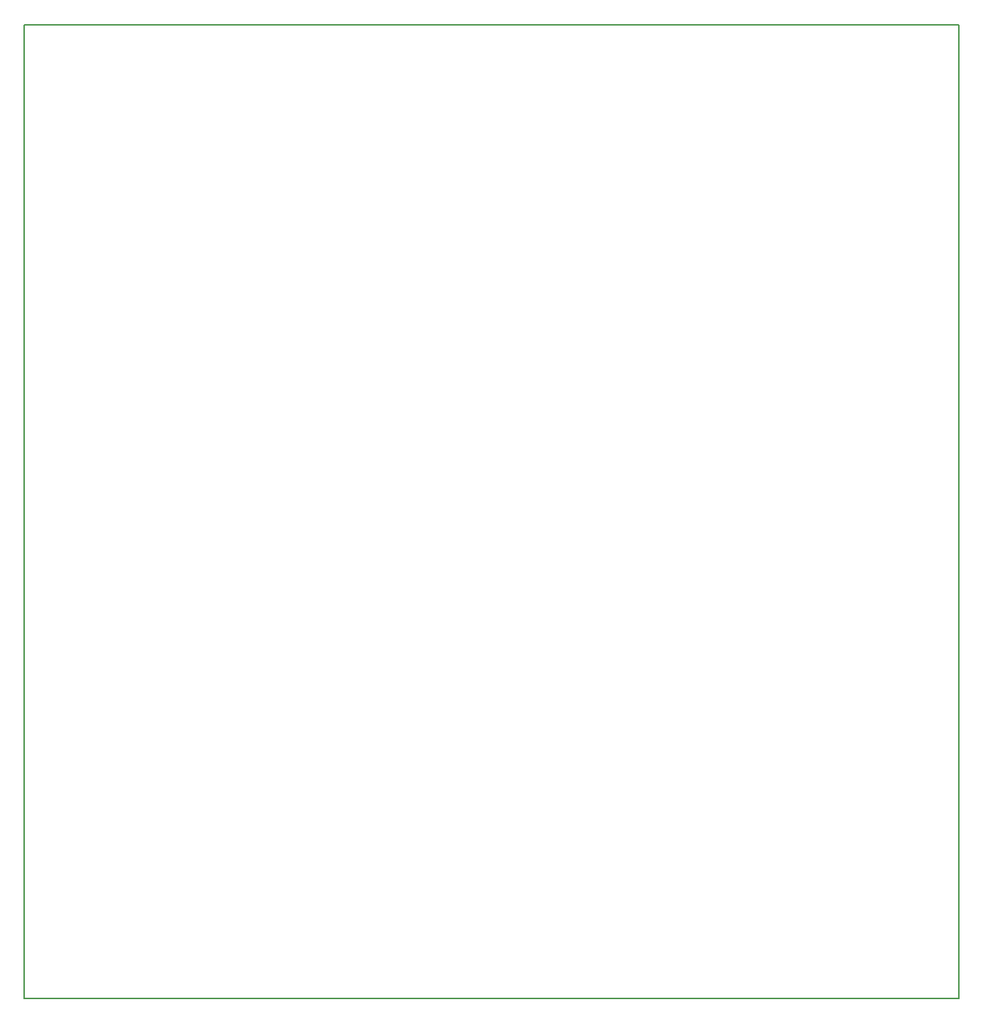
<source format=gbr>
%TF.GenerationSoftware,KiCad,Pcbnew,8.0.8*%
%TF.CreationDate,2025-04-07T19:10:49-05:00*%
%TF.ProjectId,Senior_Design_PCB_ethanl7_nrkim2,53656e69-6f72-45f4-9465-7369676e5f50,rev?*%
%TF.SameCoordinates,Original*%
%TF.FileFunction,Profile,NP*%
%FSLAX46Y46*%
G04 Gerber Fmt 4.6, Leading zero omitted, Abs format (unit mm)*
G04 Created by KiCad (PCBNEW 8.0.8) date 2025-04-07 19:10:49*
%MOMM*%
%LPD*%
G01*
G04 APERTURE LIST*
%TA.AperFunction,Profile*%
%ADD10C,0.200000*%
%TD*%
G04 APERTURE END LIST*
D10*
X95504000Y-30988000D02*
X207010000Y-30988000D01*
X207010000Y-147066000D01*
X95504000Y-147066000D01*
X95504000Y-30988000D01*
M02*

</source>
